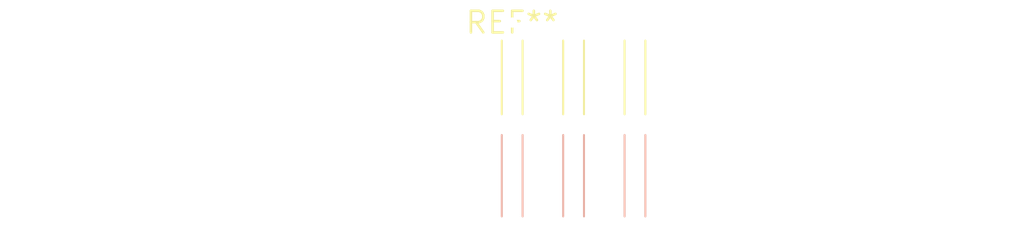
<source format=kicad_pcb>
(kicad_pcb (version 20240108) (generator pcbnew)
  (layers (0 "F.Cu" signal) (31 "B.Cu" signal) (34 "B.Paste" user) (35 "F.Paste" user) (36 "B.SilkS" user "B.Silkscreen") (37 "F.SilkS" user "F.Silkscreen") (38 "B.Mask" user) (39 "F.Mask" user) (44 "Edge.Cuts" user))
  (net 0 "")
  (footprint "SolderWire-0.1sqmm_1x03_P3.6mm_D0.4mm_OD1mm_Relief2x" (layer "F.Cu") (at 0 0)
    (property "Reference" "REF**")
    (property "Value" "SolderWire-0.1sqmm_1x03_P3.6mm_D0.4mm_OD1mm_Relief2x")
    (fp_line (start -0.61 6.61) (end -0.61 11.39) (layer "B.SilkS") (stroke (width 0.12)))
    (fp_line (start 0.61 6.61) (end 0.61 11.39) (layer "B.SilkS") (stroke (width 0.12)))
    (fp_line (start 2.99 6.61) (end 2.99 11.39) (layer "B.SilkS") (stroke (width 0.12)))
    (fp_line (start 4.21 6.61) (end 4.21 11.39) (layer "B.SilkS") (stroke (width 0.12)))
    (fp_line (start 6.59 6.61) (end 6.59 11.39) (layer "B.SilkS") (stroke (width 0.12)))
    (fp_line (start 7.81 6.61) (end 7.81 11.39) (layer "B.SilkS") (stroke (width 0.12)))
    (fp_line (start -0.61 1.06) (end -0.61 5.39) (layer "F.SilkS") (stroke (width 0.12)))
    (fp_line (start 0.61 1.06) (end 0.61 5.39) (layer "F.SilkS") (stroke (width 0.12)))
    (fp_line (start 2.99 1.06) (end 2.99 5.39) (layer "F.SilkS") (stroke (width 0.12)))
    (fp_line (start 4.21 1.06) (end 4.21 5.39) (layer "F.SilkS") (stroke (width 0.12)))
    (fp_line (start 6.59 1.06) (end 6.59 5.39) (layer "F.SilkS") (stroke (width 0.12)))
    (fp_line (start 7.81 1.06) (end 7.81 5.39) (layer "F.SilkS") (stroke (width 0.12)))
    (pad "" np_thru_hole circle (at 0 6) (size 1.5 1.5) (drill 1.5) (layers *.Cu *.Mask))
    (pad "" np_thru_hole circle (at 0 12) (size 1.5 1.5) (drill 1.5) (layers *.Cu *.Mask))
    (pad "" np_thru_hole circle (at 3.6 6) (size 1.5 1.5) (drill 1.5) (layers *.Cu *.Mask))
    (pad "" np_thru_hole circle (at 3.6 12) (size 1.5 1.5) (drill 1.5) (layers *.Cu *.Mask))
    (pad "" np_thru_hole circle (at 7.2 6) (size 1.5 1.5) (drill 1.5) (layers *.Cu *.Mask))
    (pad "" np_thru_hole circle (at 7.2 12) (size 1.5 1.5) (drill 1.5) (layers *.Cu *.Mask))
    (pad "1" thru_hole roundrect (at 0 0) (size 1.6 1.6) (drill 0.6) (layers *.Cu *.Mask) (remove_unused_layers) (roundrect_rratio 0.15625))
    (pad "2" thru_hole circle (at 3.6 0) (size 1.6 1.6) (drill 0.6) (layers *.Cu *.Mask) (remove_unused_layers))
    (pad "3" thru_hole circle (at 7.2 0) (size 1.6 1.6) (drill 0.6) (layers *.Cu *.Mask) (remove_unused_layers))
  )
)
</source>
